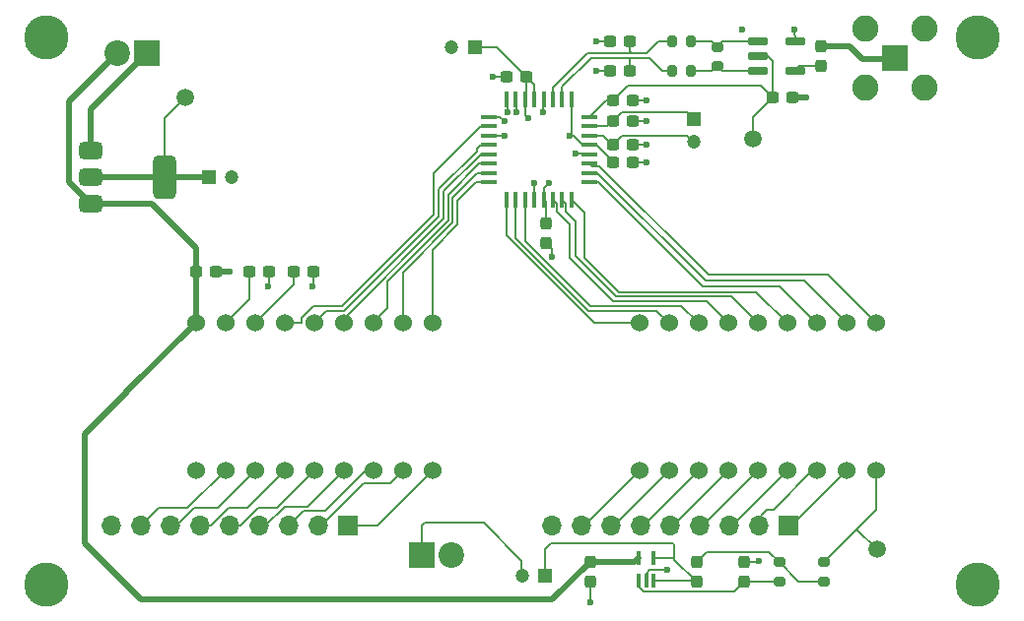
<source format=gbr>
%TF.GenerationSoftware,KiCad,Pcbnew,8.0.1*%
%TF.CreationDate,2024-04-12T19:13:52-04:00*%
%TF.ProjectId,adc_fpga,6164635f-6670-4676-912e-6b696361645f,rev?*%
%TF.SameCoordinates,Original*%
%TF.FileFunction,Copper,L1,Top*%
%TF.FilePolarity,Positive*%
%FSLAX46Y46*%
G04 Gerber Fmt 4.6, Leading zero omitted, Abs format (unit mm)*
G04 Created by KiCad (PCBNEW 8.0.1) date 2024-04-12 19:13:52*
%MOMM*%
%LPD*%
G01*
G04 APERTURE LIST*
G04 Aperture macros list*
%AMRoundRect*
0 Rectangle with rounded corners*
0 $1 Rounding radius*
0 $2 $3 $4 $5 $6 $7 $8 $9 X,Y pos of 4 corners*
0 Add a 4 corners polygon primitive as box body*
4,1,4,$2,$3,$4,$5,$6,$7,$8,$9,$2,$3,0*
0 Add four circle primitives for the rounded corners*
1,1,$1+$1,$2,$3*
1,1,$1+$1,$4,$5*
1,1,$1+$1,$6,$7*
1,1,$1+$1,$8,$9*
0 Add four rect primitives between the rounded corners*
20,1,$1+$1,$2,$3,$4,$5,0*
20,1,$1+$1,$4,$5,$6,$7,0*
20,1,$1+$1,$6,$7,$8,$9,0*
20,1,$1+$1,$8,$9,$2,$3,0*%
G04 Aperture macros list end*
%TA.AperFunction,ComponentPad*%
%ADD10C,3.800000*%
%TD*%
%TA.AperFunction,ComponentPad*%
%ADD11C,1.500000*%
%TD*%
%TA.AperFunction,ComponentPad*%
%ADD12C,1.524000*%
%TD*%
%TA.AperFunction,SMDPad,CuDef*%
%ADD13RoundRect,0.237500X-0.300000X-0.237500X0.300000X-0.237500X0.300000X0.237500X-0.300000X0.237500X0*%
%TD*%
%TA.AperFunction,SMDPad,CuDef*%
%ADD14RoundRect,0.237500X-0.237500X0.300000X-0.237500X-0.300000X0.237500X-0.300000X0.237500X0.300000X0*%
%TD*%
%TA.AperFunction,SMDPad,CuDef*%
%ADD15R,0.330200X1.473200*%
%TD*%
%TA.AperFunction,SMDPad,CuDef*%
%ADD16R,1.473200X0.330200*%
%TD*%
%TA.AperFunction,SMDPad,CuDef*%
%ADD17RoundRect,0.200000X0.275000X-0.200000X0.275000X0.200000X-0.275000X0.200000X-0.275000X-0.200000X0*%
%TD*%
%TA.AperFunction,SMDPad,CuDef*%
%ADD18RoundRect,0.200000X-0.200000X-0.275000X0.200000X-0.275000X0.200000X0.275000X-0.200000X0.275000X0*%
%TD*%
%TA.AperFunction,SMDPad,CuDef*%
%ADD19RoundRect,0.237500X0.300000X0.237500X-0.300000X0.237500X-0.300000X-0.237500X0.300000X-0.237500X0*%
%TD*%
%TA.AperFunction,ComponentPad*%
%ADD20R,1.200000X1.200000*%
%TD*%
%TA.AperFunction,ComponentPad*%
%ADD21C,1.200000*%
%TD*%
%TA.AperFunction,ComponentPad*%
%ADD22R,1.700000X1.700000*%
%TD*%
%TA.AperFunction,ComponentPad*%
%ADD23O,1.700000X1.700000*%
%TD*%
%TA.AperFunction,ComponentPad*%
%ADD24R,2.250000X2.250000*%
%TD*%
%TA.AperFunction,ComponentPad*%
%ADD25C,2.250000*%
%TD*%
%TA.AperFunction,SMDPad,CuDef*%
%ADD26RoundRect,0.190000X0.635000X0.190000X-0.635000X0.190000X-0.635000X-0.190000X0.635000X-0.190000X0*%
%TD*%
%TA.AperFunction,SMDPad,CuDef*%
%ADD27RoundRect,0.237500X0.237500X-0.300000X0.237500X0.300000X-0.237500X0.300000X-0.237500X-0.300000X0*%
%TD*%
%TA.AperFunction,SMDPad,CuDef*%
%ADD28RoundRect,0.200000X-0.275000X0.200000X-0.275000X-0.200000X0.275000X-0.200000X0.275000X0.200000X0*%
%TD*%
%TA.AperFunction,SMDPad,CuDef*%
%ADD29RoundRect,0.375000X-0.625000X-0.375000X0.625000X-0.375000X0.625000X0.375000X-0.625000X0.375000X0*%
%TD*%
%TA.AperFunction,SMDPad,CuDef*%
%ADD30RoundRect,0.500000X-0.500000X-1.400000X0.500000X-1.400000X0.500000X1.400000X-0.500000X1.400000X0*%
%TD*%
%TA.AperFunction,ComponentPad*%
%ADD31R,2.200000X2.200000*%
%TD*%
%TA.AperFunction,ComponentPad*%
%ADD32C,2.200000*%
%TD*%
%TA.AperFunction,SMDPad,CuDef*%
%ADD33RoundRect,0.040000X0.160000X-0.555000X0.160000X0.555000X-0.160000X0.555000X-0.160000X-0.555000X0*%
%TD*%
%TA.AperFunction,ViaPad*%
%ADD34C,0.600000*%
%TD*%
%TA.AperFunction,Conductor*%
%ADD35C,0.200000*%
%TD*%
%TA.AperFunction,Conductor*%
%ADD36C,0.500000*%
%TD*%
G04 APERTURE END LIST*
D10*
%TO.P,REF\u002A\u002A,1*%
%TO.N,GND*%
X77000000Y-84000000D03*
%TD*%
%TO.P,REF\u002A\u002A,1*%
%TO.N,GND*%
X157000000Y-84000000D03*
%TD*%
%TO.P,REF\u002A\u002A,1*%
%TO.N,GND*%
X77000000Y-131000000D03*
%TD*%
%TO.P,REF\u002A\u002A,1*%
%TO.N,GND*%
X157000000Y-131000000D03*
%TD*%
D11*
%TO.P,TP2,1,1*%
%TO.N,Net-(U3-VRM)*%
X137668000Y-92710000D03*
%TD*%
%TO.P,TP4,1,1*%
%TO.N,+3.3V*%
X88900000Y-89154000D03*
%TD*%
%TO.P,TP1,1,1*%
%TO.N,Net-(U2-A4)*%
X148336000Y-128016000D03*
%TD*%
D12*
%TO.P,U2,1,L1*%
%TO.N,Net-(U2-L1)*%
X148245000Y-108530000D03*
%TO.P,U2,2,M4*%
%TO.N,Net-(U2-M4)*%
X145705000Y-108530000D03*
%TO.P,U2,3,M3*%
%TO.N,Net-(U2-M3)*%
X143165000Y-108530000D03*
%TO.P,U2,4,N2*%
%TO.N,Net-(U2-N2)*%
X140625000Y-108530000D03*
%TO.P,U2,5,M2*%
%TO.N,Net-(U2-M2)*%
X138085000Y-108530000D03*
%TO.P,U2,6,P3*%
%TO.N,Net-(U2-P3)*%
X135545000Y-108530000D03*
%TO.P,U2,7,N3*%
%TO.N,Net-(U2-N3)*%
X133005000Y-108530000D03*
%TO.P,U2,8,P1*%
%TO.N,Net-(U2-P1)*%
X130465000Y-108530000D03*
%TO.P,U2,9,N1*%
%TO.N,Net-(U2-N1)*%
X127925000Y-108530000D03*
%TO.P,U2,16,P14*%
%TO.N,Net-(U2-P14)*%
X110145000Y-108530000D03*
%TO.P,U2,17,P15*%
%TO.N,Net-(U2-P15)*%
X107605000Y-108530000D03*
%TO.P,U2,18,N13*%
%TO.N,Net-(U2-N13)*%
X105065000Y-108530000D03*
%TO.P,U2,19,N15*%
%TO.N,Net-(U2-N15)*%
X102525000Y-108530000D03*
%TO.P,U2,20,N14*%
%TO.N,Net-(U2-N14)*%
X99985000Y-108530000D03*
%TO.P,U2,21,M15*%
%TO.N,Net-(U2-M15)*%
X97445000Y-108530000D03*
%TO.P,U2,22,M14*%
%TO.N,Net-(U2-M14)*%
X94905000Y-108530000D03*
%TO.P,U2,23,L15*%
%TO.N,Net-(U2-L15)*%
X92365000Y-108530000D03*
%TO.P,U2,24,VU*%
%TO.N,+5V*%
X89825000Y-108530000D03*
%TO.P,U2,25,GND*%
%TO.N,GND*%
X89825000Y-121230000D03*
%TO.P,U2,26,L14*%
%TO.N,Net-(U2-L14)*%
X92365000Y-121230000D03*
%TO.P,U2,27,K14*%
%TO.N,Net-(U2-K14)*%
X94905000Y-121230000D03*
%TO.P,U2,28,J15*%
%TO.N,Net-(U2-J15)*%
X97445000Y-121230000D03*
%TO.P,U2,29,L13*%
%TO.N,Net-(U2-L13)*%
X99985000Y-121230000D03*
%TO.P,U2,30,M13*%
%TO.N,Net-(U2-M13)*%
X102525000Y-121230000D03*
%TO.P,U2,31,J11*%
%TO.N,Net-(U2-J11)*%
X105065000Y-121230000D03*
%TO.P,U2,32,A32*%
%TO.N,Net-(U2-A32)*%
X107605000Y-121230000D03*
%TO.P,U2,33,A33*%
%TO.N,Net-(U2-A33)*%
X110145000Y-121230000D03*
%TO.P,U2,40,C5*%
%TO.N,Net-(U2-C5)*%
X127925000Y-121230000D03*
%TO.P,U2,41,A2*%
%TO.N,Net-(U2-A2)*%
X130465000Y-121230000D03*
%TO.P,U2,42,B2*%
%TO.N,Net-(U2-B2)*%
X133005000Y-121230000D03*
%TO.P,U2,43,B1*%
%TO.N,Net-(U2-B1)*%
X135545000Y-121230000D03*
%TO.P,U2,44,C1*%
%TO.N,Net-(U2-C1)*%
X138085000Y-121230000D03*
%TO.P,U2,45,B3*%
%TO.N,Net-(U2-B3)*%
X140625000Y-121230000D03*
%TO.P,U2,46,B4*%
%TO.N,Net-(U2-B4)*%
X143165000Y-121230000D03*
%TO.P,U2,47,A3*%
%TO.N,Net-(U2-A3)*%
X145705000Y-121230000D03*
%TO.P,U2,48,A4*%
%TO.N,Net-(U2-A4)*%
X148245000Y-121230000D03*
%TD*%
D13*
%TO.P,C20,1*%
%TO.N,Net-(U2-M14)*%
X98197500Y-104140000D03*
%TO.P,C20,2*%
%TO.N,GND*%
X99922500Y-104140000D03*
%TD*%
%TO.P,C14,1*%
%TO.N,Net-(U2-L15)*%
X94387500Y-104140000D03*
%TO.P,C14,2*%
%TO.N,GND*%
X96112500Y-104140000D03*
%TD*%
D14*
%TO.P,C13,1*%
%TO.N,+3.3V*%
X119888000Y-99975500D03*
%TO.P,C13,2*%
%TO.N,GND*%
X119888000Y-101700500D03*
%TD*%
D15*
%TO.P,U3,1,VREF*%
%TO.N,+3.3V*%
X122103799Y-89306400D03*
%TO.P,U3,2,VIN+*%
%TO.N,Net-(U3-VIN+)*%
X121303801Y-89306400D03*
%TO.P,U3,3,VIN-*%
%TO.N,Net-(U3-VIN-)*%
X120503800Y-89306400D03*
%TO.P,U3,4,AGND*%
%TO.N,GND*%
X119703799Y-89306400D03*
%TO.P,U3,5,VA*%
%TO.N,+3.3V*%
X118903801Y-89306400D03*
%TO.P,U3,6,VD*%
X118103800Y-89306400D03*
%TO.P,U3,7,AGND*%
%TO.N,GND*%
X117303801Y-89306400D03*
%TO.P,U3,8,PD*%
X116503801Y-89306400D03*
D16*
%TO.P,U3,9,DGND*%
X114985800Y-90824401D03*
%TO.P,U3,10,CLK*%
%TO.N,Net-(U2-M15)*%
X114985800Y-91624399D03*
%TO.P,U3,11,DF/DCS*%
%TO.N,GND*%
X114985800Y-92424400D03*
%TO.P,U3,12,(LSB)D0*%
%TO.N,Net-(U2-N14)*%
X114985800Y-93224401D03*
%TO.P,U3,13,D1*%
%TO.N,Net-(U2-N15)*%
X114985800Y-94024399D03*
%TO.P,U3,14,D2*%
%TO.N,Net-(U2-N13)*%
X114985800Y-94824400D03*
%TO.P,U3,15,D3*%
%TO.N,Net-(U2-P15)*%
X114985800Y-95624399D03*
%TO.P,U3,16,D4*%
%TO.N,Net-(U2-P14)*%
X114985800Y-96424399D03*
D15*
%TO.P,U3,17,D5*%
%TO.N,Net-(U2-N1)*%
X116503801Y-97942400D03*
%TO.P,U3,18,D6*%
%TO.N,Net-(U2-P1)*%
X117303799Y-97942400D03*
%TO.P,U3,19,D7*%
%TO.N,Net-(U2-N3)*%
X118103800Y-97942400D03*
%TO.P,U3,20,DRGND*%
%TO.N,GND*%
X118903801Y-97942400D03*
%TO.P,U3,21,VDR*%
%TO.N,+3.3V*%
X119703799Y-97942400D03*
%TO.P,U3,22,D8*%
%TO.N,Net-(U2-P3)*%
X120503800Y-97942400D03*
%TO.P,U3,23,D9*%
%TO.N,Net-(U2-M2)*%
X121303799Y-97942400D03*
%TO.P,U3,24,D10*%
%TO.N,Net-(U2-N2)*%
X122103799Y-97942400D03*
D16*
%TO.P,U3,25,D11*%
%TO.N,Net-(U2-M3)*%
X123621800Y-96424399D03*
%TO.P,U3,26,D12*%
%TO.N,Net-(U2-M4)*%
X123621800Y-95624401D03*
%TO.P,U3,27,D13(MSB)*%
%TO.N,Net-(U2-L1)*%
X123621800Y-94824400D03*
%TO.P,U3,28,AGND*%
%TO.N,GND*%
X123621800Y-94024399D03*
%TO.P,U3,29,VA*%
%TO.N,+3.3V*%
X123621800Y-93224401D03*
%TO.P,U3,30,VRN*%
%TO.N,Net-(U3-VRN)*%
X123621800Y-92424400D03*
%TO.P,U3,31,VRP*%
%TO.N,Net-(U3-VRP)*%
X123621800Y-91624401D03*
%TO.P,U3,32,VRM*%
%TO.N,Net-(U3-VRM)*%
X123621800Y-90824401D03*
%TD*%
D17*
%TO.P,R5,1*%
%TO.N,Net-(R1-Pad2)*%
X134620000Y-86423000D03*
%TO.P,R5,2*%
%TO.N,Net-(R4-Pad2)*%
X134620000Y-84773000D03*
%TD*%
D18*
%TO.P,R4,1*%
%TO.N,Net-(U3-VIN-)*%
X130747000Y-84328000D03*
%TO.P,R4,2*%
%TO.N,Net-(R4-Pad2)*%
X132397000Y-84328000D03*
%TD*%
%TO.P,R1,1*%
%TO.N,Net-(U3-VIN+)*%
X130747000Y-86868000D03*
%TO.P,R1,2*%
%TO.N,Net-(R1-Pad2)*%
X132397000Y-86868000D03*
%TD*%
D19*
%TO.P,C12,2*%
%TO.N,GND*%
X125375500Y-86868000D03*
%TO.P,C12,1*%
%TO.N,Net-(U3-VIN+)*%
X127100500Y-86868000D03*
%TD*%
D13*
%TO.P,C10,1*%
%TO.N,GND*%
X125375500Y-84328000D03*
%TO.P,C10,2*%
%TO.N,Net-(U3-VIN-)*%
X127100500Y-84328000D03*
%TD*%
%TO.P,C9,1*%
%TO.N,Net-(U3-VRM)*%
X139345500Y-89154000D03*
%TO.P,C9,2*%
%TO.N,GND*%
X141070500Y-89154000D03*
%TD*%
D20*
%TO.P,C8,1*%
%TO.N,Net-(U3-VRP)*%
X132588000Y-90975401D03*
D21*
%TO.P,C8,2*%
%TO.N,Net-(U3-VRN)*%
X132588000Y-92975401D03*
%TD*%
D19*
%TO.P,C7,2*%
%TO.N,Net-(U3-VRN)*%
X125629500Y-93218000D03*
%TO.P,C7,1*%
%TO.N,GND*%
X127354500Y-93218000D03*
%TD*%
%TO.P,C6,1*%
%TO.N,GND*%
X127354500Y-89408000D03*
%TO.P,C6,2*%
%TO.N,Net-(U3-VRM)*%
X125629500Y-89408000D03*
%TD*%
%TO.P,C5,2*%
%TO.N,Net-(U3-VRP)*%
X125629500Y-91186000D03*
%TO.P,C5,1*%
%TO.N,GND*%
X127354500Y-91186000D03*
%TD*%
D20*
%TO.P,C4,1*%
%TO.N,+3.3V*%
X113792000Y-84836000D03*
D21*
%TO.P,C4,2*%
%TO.N,GND*%
X111792000Y-84836000D03*
%TD*%
D19*
%TO.P,C3,1*%
%TO.N,GND*%
X127354500Y-94742000D03*
%TO.P,C3,2*%
%TO.N,+3.3V*%
X125629500Y-94742000D03*
%TD*%
D13*
%TO.P,C2,1*%
%TO.N,GND*%
X116485500Y-87376000D03*
%TO.P,C2,2*%
%TO.N,+3.3V*%
X118210500Y-87376000D03*
%TD*%
D22*
%TO.P,J5,1*%
%TO.N,Net-(U2-A33)*%
X102870000Y-125984000D03*
D23*
%TO.P,J5,2*%
%TO.N,Net-(U2-A32)*%
X100330000Y-125984000D03*
%TO.P,J5,3*%
%TO.N,Net-(U2-J11)*%
X97790000Y-125984000D03*
%TO.P,J5,4*%
%TO.N,Net-(U2-M13)*%
X95250000Y-125984000D03*
%TO.P,J5,5*%
%TO.N,Net-(U2-L13)*%
X92710000Y-125984000D03*
%TO.P,J5,6*%
%TO.N,Net-(U2-J15)*%
X90170000Y-125984000D03*
%TO.P,J5,7*%
%TO.N,Net-(U2-K14)*%
X87630000Y-125984000D03*
%TO.P,J5,8*%
%TO.N,Net-(U2-L14)*%
X85090000Y-125984000D03*
%TO.P,J5,9*%
%TO.N,GND*%
X82550000Y-125984000D03*
%TD*%
D22*
%TO.P,J3,1*%
%TO.N,Net-(U2-A3)*%
X140716000Y-125984000D03*
D23*
%TO.P,J3,2*%
%TO.N,Net-(U2-B4)*%
X138176000Y-125984000D03*
%TO.P,J3,3*%
%TO.N,Net-(U2-B3)*%
X135636000Y-125984000D03*
%TO.P,J3,4*%
%TO.N,Net-(U2-C1)*%
X133096000Y-125984000D03*
%TO.P,J3,5*%
%TO.N,Net-(U2-B1)*%
X130556000Y-125984000D03*
%TO.P,J3,6*%
%TO.N,Net-(U2-B2)*%
X128016000Y-125984000D03*
%TO.P,J3,7*%
%TO.N,Net-(U2-A2)*%
X125476000Y-125984000D03*
%TO.P,J3,8*%
%TO.N,Net-(U2-C5)*%
X122936000Y-125984000D03*
%TO.P,J3,9*%
%TO.N,GND*%
X120396000Y-125984000D03*
%TD*%
D24*
%TO.P,J1,1,In*%
%TO.N,Net-(J1-In)*%
X149860000Y-85705500D03*
D25*
%TO.P,J1,2,Ext*%
%TO.N,GND*%
X152400000Y-83165500D03*
X147320000Y-83165500D03*
X152400000Y-88245500D03*
X147320000Y-88245500D03*
%TD*%
D26*
%TO.P,T1,6*%
%TO.N,Net-(C11-Pad2)*%
X141290000Y-86871000D03*
%TO.P,T1,4*%
%TO.N,GND*%
X141290000Y-84331000D03*
%TO.P,T1,3*%
%TO.N,Net-(R4-Pad2)*%
X138110000Y-84331000D03*
%TO.P,T1,2*%
%TO.N,Net-(U3-VRM)*%
X138110000Y-85601000D03*
%TO.P,T1,1*%
%TO.N,Net-(R1-Pad2)*%
X138110000Y-86871000D03*
%TD*%
D14*
%TO.P,C11,2*%
%TO.N,Net-(C11-Pad2)*%
X143510000Y-86460500D03*
%TO.P,C11,1*%
%TO.N,Net-(J1-In)*%
X143510000Y-84735500D03*
%TD*%
D27*
%TO.P,C17,1*%
%TO.N,Net-(U1-+)*%
X136906000Y-130806500D03*
%TO.P,C17,2*%
%TO.N,GND*%
X136906000Y-129081500D03*
%TD*%
D20*
%TO.P,C19,1*%
%TO.N,Net-(U1--)*%
X119844600Y-130302000D03*
D21*
%TO.P,C19,2*%
%TO.N,Net-(J2-Pin_1)*%
X117844600Y-130302000D03*
%TD*%
D28*
%TO.P,R3,1*%
%TO.N,Net-(C18-Pad2)*%
X139954000Y-129119000D03*
%TO.P,R3,2*%
%TO.N,Net-(U1-+)*%
X139954000Y-130769000D03*
%TD*%
D13*
%TO.P,C1,2*%
%TO.N,GND*%
X91540500Y-104140000D03*
%TO.P,C1,1*%
%TO.N,+5V*%
X89815500Y-104140000D03*
%TD*%
D29*
%TO.P,U4,1,GND*%
%TO.N,GND*%
X80822000Y-93712000D03*
%TO.P,U4,2,VO*%
%TO.N,+3.3V*%
X80822000Y-96012000D03*
D30*
X87122000Y-96012000D03*
D29*
%TO.P,U4,3,VI*%
%TO.N,+5V*%
X80822000Y-98312000D03*
%TD*%
D31*
%TO.P,J2,1,Pin_1*%
%TO.N,Net-(J2-Pin_1)*%
X109220000Y-128524000D03*
D32*
%TO.P,J2,2,Pin_2*%
%TO.N,GND*%
X111760000Y-128524000D03*
%TD*%
D20*
%TO.P,C15,1*%
%TO.N,+3.3V*%
X90932000Y-96012000D03*
D21*
%TO.P,C15,2*%
%TO.N,GND*%
X92932000Y-96012000D03*
%TD*%
D27*
%TO.P,C18,1*%
%TO.N,Net-(U1--)*%
X132842000Y-130806500D03*
%TO.P,C18,2*%
%TO.N,Net-(C18-Pad2)*%
X132842000Y-129081500D03*
%TD*%
D33*
%TO.P,U1,1,+*%
%TO.N,Net-(U1-+)*%
X127874000Y-130698000D03*
%TO.P,U1,2,V-*%
%TO.N,GND*%
X128524000Y-130698000D03*
%TO.P,U1,3,-*%
%TO.N,Net-(U1--)*%
X129174000Y-130698000D03*
%TO.P,U1,4*%
X129174000Y-128778000D03*
%TO.P,U1,5,V+*%
%TO.N,+5V*%
X127874000Y-128778000D03*
%TD*%
D31*
%TO.P,J4,1,Pin_1*%
%TO.N,GND*%
X85598000Y-85344000D03*
D32*
%TO.P,J4,2,Pin_2*%
%TO.N,+5V*%
X83058000Y-85344000D03*
%TD*%
D14*
%TO.P,C16,1*%
%TO.N,+5V*%
X123698000Y-129081500D03*
%TO.P,C16,2*%
%TO.N,GND*%
X123698000Y-130806500D03*
%TD*%
D28*
%TO.P,R2,1*%
%TO.N,Net-(U2-A4)*%
X143764000Y-129119000D03*
%TO.P,R2,2*%
%TO.N,Net-(C18-Pad2)*%
X143764000Y-130769000D03*
%TD*%
D34*
%TO.N,GND*%
X142240000Y-89154000D03*
X99822000Y-105410000D03*
X96012000Y-105410000D03*
X141224000Y-83312000D03*
%TO.N,+3.3V*%
X120142000Y-96520000D03*
%TO.N,GND*%
X120396000Y-102870000D03*
X128524000Y-89408000D03*
X128524000Y-94742000D03*
X128524000Y-93218000D03*
%TO.N,+3.3V*%
X118364000Y-90932000D03*
X121920000Y-92456000D03*
%TO.N,GND*%
X128524000Y-91186000D03*
X124206000Y-84328000D03*
X124206000Y-86868000D03*
X116332000Y-91186000D03*
X115316000Y-87376000D03*
X122428000Y-93980000D03*
X118872000Y-96520000D03*
X116332000Y-92456000D03*
X119634000Y-90424000D03*
X117348000Y-90424000D03*
X116586000Y-90424000D03*
X136736000Y-83312000D03*
X130302000Y-129794000D03*
X123698000Y-132588000D03*
X138176000Y-129032000D03*
X92710000Y-104140000D03*
%TD*%
D35*
%TO.N,Net-(U2-A4)*%
X146601500Y-126281500D02*
X143764000Y-129119000D01*
X148336000Y-128016000D02*
X146601500Y-126281500D01*
X148245000Y-124638000D02*
X146601500Y-126281500D01*
D36*
%TO.N,GND*%
X141070500Y-89154000D02*
X142240000Y-89154000D01*
%TO.N,Net-(J1-In)*%
X147066000Y-85852000D02*
X150368000Y-85852000D01*
X143510000Y-84735500D02*
X145949500Y-84735500D01*
X145949500Y-84735500D02*
X147066000Y-85852000D01*
%TO.N,GND*%
X80822000Y-90120000D02*
X85598000Y-85344000D01*
X80822000Y-93712000D02*
X80822000Y-90120000D01*
%TO.N,+5V*%
X78910001Y-89491999D02*
X78910001Y-96400001D01*
X78910001Y-96400001D02*
X80822000Y-98312000D01*
X83058000Y-85344000D02*
X78910001Y-89491999D01*
D35*
%TO.N,Net-(C11-Pad2)*%
X141700500Y-86460500D02*
X143510000Y-86460500D01*
%TO.N,Net-(U1--)*%
X119833199Y-127998801D02*
X119833199Y-129943999D01*
X120324000Y-127508000D02*
X119833199Y-127998801D01*
X130810000Y-127508000D02*
X120324000Y-127508000D01*
X130938750Y-127636750D02*
X130810000Y-127508000D01*
X130938750Y-128903250D02*
X130938750Y-127636750D01*
%TO.N,+3.3V*%
X87122000Y-90932000D02*
X87122000Y-96012000D01*
X88900000Y-89154000D02*
X87122000Y-90932000D01*
%TO.N,Net-(U3-VRM)*%
X137668000Y-90831500D02*
X139345500Y-89154000D01*
X137668000Y-92710000D02*
X137668000Y-90831500D01*
%TO.N,Net-(U2-M3)*%
X143074000Y-108530000D02*
X143165000Y-108530000D01*
X139954000Y-105410000D02*
X143074000Y-108530000D01*
X133350000Y-105410000D02*
X139954000Y-105410000D01*
X124364399Y-96424399D02*
X133350000Y-105410000D01*
X123621800Y-96424399D02*
X124364399Y-96424399D01*
%TO.N,Net-(U2-L1)*%
X144109000Y-104394000D02*
X148245000Y-108530000D01*
X124507943Y-95053200D02*
X133848743Y-104394000D01*
X123850600Y-95053200D02*
X124507943Y-95053200D01*
X123621800Y-94824400D02*
X123850600Y-95053200D01*
X133848743Y-104394000D02*
X144109000Y-104394000D01*
%TO.N,Net-(U2-M4)*%
X142077000Y-104902000D02*
X145705000Y-108530000D01*
X133604000Y-104902000D02*
X142077000Y-104902000D01*
X124326401Y-95624401D02*
X133604000Y-104902000D01*
X123621800Y-95624401D02*
X124326401Y-95624401D01*
%TO.N,Net-(U2-N14)*%
X114985800Y-93224401D02*
X114284098Y-93224401D01*
X102590000Y-107468000D02*
X101047000Y-107468000D01*
X114284098Y-93224401D02*
X113949200Y-93559299D01*
X101047000Y-107468000D02*
X99985000Y-108530000D01*
X113949200Y-93559299D02*
X113949200Y-93793614D01*
X110699600Y-99358400D02*
X102590000Y-107468000D01*
X113949200Y-93793614D02*
X110699600Y-97043214D01*
X110699600Y-97043214D02*
X110699600Y-99358400D01*
%TO.N,GND*%
X99922500Y-105309500D02*
X99822000Y-105410000D01*
X99922500Y-104140000D02*
X99922500Y-105309500D01*
X96112500Y-105309500D02*
X96012000Y-105410000D01*
X96112500Y-104140000D02*
X96112500Y-105309500D01*
%TO.N,Net-(U2-M14)*%
X98197500Y-105237500D02*
X94905000Y-108530000D01*
X98197500Y-104140000D02*
X98197500Y-105237500D01*
%TO.N,Net-(U2-L15)*%
X94387500Y-106507500D02*
X92365000Y-108530000D01*
X94387500Y-104140000D02*
X94387500Y-106507500D01*
D36*
%TO.N,+5V*%
X89825000Y-104149500D02*
X89815500Y-104140000D01*
X89825000Y-108530000D02*
X89825000Y-104149500D01*
X89815500Y-102108000D02*
X89815500Y-104140000D01*
D35*
%TO.N,GND*%
X141224000Y-83312000D02*
X141290000Y-84331000D01*
%TO.N,+3.3V*%
X120142000Y-96520000D02*
X119703799Y-96958201D01*
X119703799Y-96958201D02*
X119703799Y-97942400D01*
%TO.N,GND*%
X120396000Y-102208500D02*
X119888000Y-101700500D01*
X120396000Y-102870000D02*
X120396000Y-102208500D01*
%TO.N,+3.3V*%
X119888000Y-98126601D02*
X119703799Y-97942400D01*
X119888000Y-99975500D02*
X119888000Y-98126601D01*
%TO.N,Net-(U2-N3)*%
X131543000Y-107068000D02*
X133005000Y-108530000D01*
X123693372Y-107068000D02*
X131543000Y-107068000D01*
X118103800Y-101478428D02*
X123693372Y-107068000D01*
X118103800Y-97942400D02*
X118103800Y-101478428D01*
%TO.N,Net-(U2-P1)*%
X129403000Y-107468000D02*
X130465000Y-108530000D01*
X117303799Y-101244113D02*
X123527686Y-107468000D01*
X123527686Y-107468000D02*
X129403000Y-107468000D01*
X117303799Y-97942400D02*
X117303799Y-101244113D01*
%TO.N,Net-(U2-N1)*%
X124024000Y-108530000D02*
X127925000Y-108530000D01*
X116503801Y-101009801D02*
X124024000Y-108530000D01*
X116503801Y-97942400D02*
X116503801Y-101009801D01*
%TO.N,Net-(U2-N2)*%
X137963000Y-105868000D02*
X140625000Y-108530000D01*
X126143000Y-105868000D02*
X137963000Y-105868000D01*
X123190000Y-102915000D02*
X126143000Y-105868000D01*
X123190000Y-99028601D02*
X123190000Y-102915000D01*
X122103799Y-97942400D02*
X123190000Y-99028601D01*
%TO.N,Net-(U2-P3)*%
X125643000Y-106668000D02*
X133683000Y-106668000D01*
X133683000Y-106668000D02*
X135545000Y-108530000D01*
X121920000Y-102945000D02*
X125643000Y-106668000D01*
X120838699Y-98979000D02*
X121920000Y-100060301D01*
X121920000Y-100060301D02*
X121920000Y-102945000D01*
X120838699Y-98277299D02*
X120838699Y-98979000D01*
X120503800Y-97942400D02*
X120838699Y-98277299D01*
%TO.N,Net-(U2-M2)*%
X125950107Y-106268000D02*
X135823000Y-106268000D01*
X122428000Y-102745893D02*
X125950107Y-106268000D01*
X121638699Y-98277300D02*
X121638699Y-98979000D01*
X121303799Y-97942400D02*
X121638699Y-98277300D01*
X121638699Y-98979000D02*
X122428000Y-99768301D01*
X122428000Y-99768301D02*
X122428000Y-102745893D01*
X135823000Y-106268000D02*
X138085000Y-108530000D01*
D36*
%TO.N,GND*%
X92710000Y-104140000D02*
X91540500Y-104140000D01*
%TO.N,+5V*%
X86019500Y-98312000D02*
X89815500Y-102108000D01*
D35*
%TO.N,GND*%
X128524000Y-89408000D02*
X127354500Y-89408000D01*
%TO.N,Net-(U3-VRM)*%
X138329500Y-88138000D02*
X139345500Y-89154000D01*
X125038201Y-89408000D02*
X125629500Y-89408000D01*
X125629500Y-89408000D02*
X126899500Y-88138000D01*
X123621800Y-90824401D02*
X125038201Y-89408000D01*
X126899500Y-88138000D02*
X138329500Y-88138000D01*
%TO.N,Net-(U3-VRP)*%
X132023599Y-90411000D02*
X132588000Y-90975401D01*
X126404500Y-90411000D02*
X132023599Y-90411000D01*
X125629500Y-91186000D02*
X126404500Y-90411000D01*
%TO.N,Net-(U3-VRN)*%
X132055599Y-92443000D02*
X132588000Y-92975401D01*
X126404500Y-92443000D02*
X132055599Y-92443000D01*
X125629500Y-93218000D02*
X126404500Y-92443000D01*
%TO.N,GND*%
X127354500Y-94742000D02*
X128524000Y-94742000D01*
X127354500Y-93218000D02*
X128524000Y-93218000D01*
X127354500Y-91186000D02*
X128524000Y-91186000D01*
%TO.N,+3.3V*%
X118103800Y-90671800D02*
X118364000Y-90932000D01*
X118103800Y-89306400D02*
X118103800Y-90671800D01*
X122103799Y-92272201D02*
X122103799Y-89306400D01*
X121920000Y-92456000D02*
X122103799Y-92272201D01*
X123050300Y-93224401D02*
X123621800Y-93224401D01*
X122281899Y-92456000D02*
X123050300Y-93224401D01*
X121920000Y-92456000D02*
X122281899Y-92456000D01*
X125629500Y-94660601D02*
X125629500Y-94742000D01*
X124193300Y-93224401D02*
X125629500Y-94660601D01*
X123621800Y-93224401D02*
X124193300Y-93224401D01*
%TO.N,Net-(U3-VIN+)*%
X121303801Y-88236549D02*
X121303801Y-89306400D01*
X123810550Y-85729800D02*
X121303801Y-88236549D01*
X124591800Y-85729800D02*
X123810550Y-85729800D01*
X127000000Y-85744000D02*
X124606000Y-85744000D01*
X124606000Y-85744000D02*
X124591800Y-85729800D01*
%TO.N,Net-(U3-VIN-)*%
X120503800Y-88284200D02*
X120503800Y-89306400D01*
X123458200Y-85329800D02*
X120503800Y-88284200D01*
X124953800Y-85329800D02*
X123458200Y-85329800D01*
%TO.N,Net-(R4-Pad2)*%
X135062000Y-84331000D02*
X134620000Y-84773000D01*
X138110000Y-84331000D02*
X135062000Y-84331000D01*
%TO.N,Net-(R1-Pad2)*%
X135068000Y-86871000D02*
X134620000Y-86423000D01*
X138110000Y-86871000D02*
X135068000Y-86871000D01*
%TO.N,Net-(U3-VRM)*%
X138935000Y-85601000D02*
X138110000Y-85601000D01*
X139345500Y-86011500D02*
X138935000Y-85601000D01*
X139345500Y-89154000D02*
X139345500Y-86011500D01*
%TO.N,GND*%
X127254000Y-93117500D02*
X127354500Y-93218000D01*
X127354500Y-91186000D02*
X127254000Y-91286500D01*
%TO.N,Net-(U3-VRN)*%
X125629500Y-93218000D02*
X124835900Y-92424400D01*
X124835900Y-92424400D02*
X123621800Y-92424400D01*
%TO.N,Net-(U3-VRP)*%
X125629500Y-91186000D02*
X125191099Y-91624401D01*
X125191099Y-91624401D02*
X123621800Y-91624401D01*
%TO.N,GND*%
X124206000Y-86868000D02*
X125375500Y-86868000D01*
X124206000Y-84328000D02*
X125375500Y-84328000D01*
%TO.N,Net-(U3-VIN+)*%
X127100500Y-85844500D02*
X127000000Y-85744000D01*
X128770500Y-85744000D02*
X127000000Y-85744000D01*
X127100500Y-86868000D02*
X127100500Y-85844500D01*
%TO.N,Net-(U3-VIN-)*%
X127100500Y-85190500D02*
X127254000Y-85344000D01*
X124968000Y-85344000D02*
X127254000Y-85344000D01*
X127254000Y-85344000D02*
X128524000Y-85344000D01*
X127100500Y-84328000D02*
X127100500Y-85190500D01*
%TO.N,+3.3V*%
X115670500Y-84836000D02*
X118210500Y-87376000D01*
X113792000Y-84836000D02*
X115670500Y-84836000D01*
%TO.N,GND*%
X115970401Y-90824401D02*
X116332000Y-91186000D01*
X114985800Y-90824401D02*
X115970401Y-90824401D01*
X116485500Y-87376000D02*
X115316000Y-87376000D01*
X119634000Y-89376199D02*
X119703799Y-89306400D01*
X119634000Y-90424000D02*
X119634000Y-89376199D01*
X117348000Y-90424000D02*
X117348000Y-89350599D01*
X117348000Y-89350599D02*
X117303801Y-89306400D01*
X116586000Y-89388599D02*
X116503801Y-89306400D01*
X116586000Y-90424000D02*
X116586000Y-89388599D01*
X115017400Y-92456000D02*
X114985800Y-92424400D01*
X116332000Y-92456000D02*
X115017400Y-92456000D01*
X123577401Y-93980000D02*
X123621800Y-94024399D01*
X122428000Y-93980000D02*
X123577401Y-93980000D01*
X118872000Y-97910599D02*
X118903801Y-97942400D01*
X118872000Y-96520000D02*
X118872000Y-97910599D01*
%TO.N,+3.3V*%
X118903801Y-88169801D02*
X118903801Y-89306400D01*
X118872000Y-88138000D02*
X118903801Y-88169801D01*
X118872000Y-88037500D02*
X118872000Y-88138000D01*
X118210500Y-87376000D02*
X118872000Y-88037500D01*
X118210500Y-89199700D02*
X118103800Y-89306400D01*
X118210500Y-87376000D02*
X118210500Y-89199700D01*
%TO.N,Net-(U3-VIN-)*%
X124968000Y-85344000D02*
X124953800Y-85329800D01*
%TO.N,Net-(U3-VIN+)*%
X129894500Y-86868000D02*
X128770500Y-85744000D01*
%TO.N,Net-(U3-VIN-)*%
X128524000Y-85344000D02*
X129590250Y-84277750D01*
X129640500Y-84328000D02*
X129590250Y-84277750D01*
%TO.N,Net-(U3-VIN+)*%
X130747000Y-86868000D02*
X129894500Y-86868000D01*
%TO.N,Net-(U3-VIN-)*%
X130747000Y-84328000D02*
X129640500Y-84328000D01*
%TO.N,Net-(R1-Pad2)*%
X134175000Y-86868000D02*
X134620000Y-86423000D01*
X132397000Y-86868000D02*
X134175000Y-86868000D01*
%TO.N,Net-(R4-Pad2)*%
X132397000Y-84328000D02*
X134175000Y-84328000D01*
X134175000Y-84328000D02*
X134620000Y-84773000D01*
%TO.N,Net-(U2-M15)*%
X110299600Y-99192714D02*
X110299600Y-95608900D01*
X102424314Y-107068000D02*
X110299600Y-99192714D01*
X99945105Y-107068000D02*
X102424314Y-107068000D01*
X110299600Y-95608900D02*
X114284101Y-91624399D01*
X114284101Y-91624399D02*
X114985800Y-91624399D01*
X98923000Y-108530000D02*
X98923000Y-108090105D01*
X98923000Y-108090105D02*
X99945105Y-107068000D01*
X97445000Y-108530000D02*
X98923000Y-108530000D01*
%TO.N,Net-(U2-P14)*%
X110145000Y-102227058D02*
X110145000Y-108530000D01*
X112299600Y-100072458D02*
X110145000Y-102227058D01*
X112299600Y-98012400D02*
X112299600Y-100072458D01*
X113887601Y-96424399D02*
X112299600Y-98012400D01*
X114985800Y-96424399D02*
X113887601Y-96424399D01*
%TO.N,Net-(U2-P15)*%
X107605000Y-104201372D02*
X107605000Y-108530000D01*
X111899600Y-99906772D02*
X107605000Y-104201372D01*
X111899600Y-97726600D02*
X111899600Y-99906772D01*
X114001801Y-95624399D02*
X111899600Y-97726600D01*
X114985800Y-95624399D02*
X114001801Y-95624399D01*
%TO.N,Net-(U2-N13)*%
X105065000Y-108460000D02*
X105065000Y-108530000D01*
X106300000Y-107225000D02*
X105065000Y-108460000D01*
X111499600Y-99741086D02*
X106300000Y-104940686D01*
X114166800Y-94824400D02*
X111499600Y-97491600D01*
X106300000Y-104940686D02*
X106300000Y-107225000D01*
X114985800Y-94824400D02*
X114166800Y-94824400D01*
X111499600Y-97491600D02*
X111499600Y-99741086D01*
%TO.N,Net-(U2-N15)*%
X111099600Y-97208900D02*
X111099600Y-99575400D01*
X111099600Y-99575400D02*
X102525000Y-108150000D01*
X114284101Y-94024399D02*
X111099600Y-97208900D01*
X102525000Y-108150000D02*
X102525000Y-108530000D01*
X114985800Y-94024399D02*
X114284101Y-94024399D01*
D36*
%TO.N,+5V*%
X120445500Y-132334000D02*
X123698000Y-129081500D01*
X85090000Y-132334000D02*
X120445500Y-132334000D01*
X80264000Y-118091000D02*
X80264000Y-127508000D01*
X80264000Y-127508000D02*
X85090000Y-132334000D01*
X83937500Y-114417500D02*
X80264000Y-118091000D01*
D35*
%TO.N,GND*%
X141290000Y-83312000D02*
X141224000Y-83312000D01*
D36*
%TO.N,+5V*%
X89825000Y-108530000D02*
X83790000Y-114565000D01*
X80822000Y-98312000D02*
X86019500Y-98312000D01*
D35*
%TO.N,Net-(U2-A32)*%
X104276000Y-122292000D02*
X106543000Y-122292000D01*
X100584000Y-125984000D02*
X104276000Y-122292000D01*
X106543000Y-122292000D02*
X107605000Y-121230000D01*
X100330000Y-125984000D02*
X100584000Y-125984000D01*
%TO.N,Net-(U2-M13)*%
X99441000Y-124314000D02*
X102525000Y-121230000D01*
X97485685Y-124314000D02*
X99441000Y-124314000D01*
X95250000Y-125984000D02*
X95815685Y-125984000D01*
X95815685Y-125984000D02*
X97485685Y-124314000D01*
%TO.N,Net-(U2-J11)*%
X100955500Y-124714000D02*
X104439500Y-121230000D01*
X104439500Y-121230000D02*
X105065000Y-121230000D01*
X99060000Y-124714000D02*
X100955500Y-124714000D01*
X97790000Y-125984000D02*
X99060000Y-124714000D01*
%TO.N,Net-(U2-L13)*%
X96774000Y-124460000D02*
X97282000Y-123952000D01*
X97282000Y-123952000D02*
X97282000Y-123933000D01*
X95147654Y-124460000D02*
X96774000Y-124460000D01*
X93623654Y-125984000D02*
X95147654Y-124460000D01*
X97282000Y-123933000D02*
X99985000Y-121230000D01*
X92710000Y-125984000D02*
X93623654Y-125984000D01*
%TO.N,Net-(U2-A33)*%
X102870000Y-125984000D02*
X105391000Y-125984000D01*
X105391000Y-125984000D02*
X110145000Y-121230000D01*
%TO.N,Net-(U2-J15)*%
X94215000Y-124460000D02*
X97445000Y-121230000D01*
X92607654Y-124460000D02*
X94215000Y-124460000D01*
X91083654Y-125984000D02*
X92607654Y-124460000D01*
X90170000Y-125984000D02*
X91083654Y-125984000D01*
%TO.N,Net-(U2-K14)*%
X91675000Y-124460000D02*
X94905000Y-121230000D01*
X89700686Y-124460000D02*
X91675000Y-124460000D01*
X88176686Y-125984000D02*
X89700686Y-124460000D01*
X87630000Y-125984000D02*
X88176686Y-125984000D01*
%TO.N,Net-(U2-L14)*%
X89131895Y-124463105D02*
X92365000Y-121230000D01*
X86610895Y-124463105D02*
X89131895Y-124463105D01*
X85090000Y-125984000D02*
X86610895Y-124463105D01*
%TO.N,GND*%
X138126500Y-129081500D02*
X138176000Y-129032000D01*
X128833000Y-129794000D02*
X130302000Y-129794000D01*
X128524000Y-130698000D02*
X128524000Y-130103000D01*
X136906000Y-129081500D02*
X138126500Y-129081500D01*
X128524000Y-130103000D02*
X128833000Y-129794000D01*
X123698000Y-130806500D02*
X123698000Y-132588000D01*
D36*
%TO.N,+5V*%
X127570500Y-129081500D02*
X127874000Y-128778000D01*
X123698000Y-129081500D02*
X127570500Y-129081500D01*
%TO.N,+3.3V*%
X80822000Y-96012000D02*
X87122000Y-96012000D01*
X87122000Y-96012000D02*
X90932000Y-96012000D01*
D35*
%TO.N,Net-(U2-A4)*%
X148245000Y-121230000D02*
X148245000Y-124638000D01*
%TO.N,Net-(C11-Pad2)*%
X141700500Y-86460500D02*
X141290000Y-86871000D01*
%TO.N,Net-(U2-B2)*%
X133005000Y-121230000D02*
X128485000Y-125750000D01*
X128485000Y-125750000D02*
X127670000Y-125750000D01*
%TO.N,Net-(U2-C5)*%
X123405000Y-125750000D02*
X122590000Y-125750000D01*
X127925000Y-121230000D02*
X123405000Y-125750000D01*
%TO.N,Net-(U2-B4)*%
X139440000Y-124600000D02*
X138900000Y-124600000D01*
X143165000Y-121230000D02*
X142810000Y-121230000D01*
X142810000Y-121230000D02*
X139440000Y-124600000D01*
X137830000Y-125670000D02*
X137830000Y-125750000D01*
X138900000Y-124600000D02*
X137830000Y-125670000D01*
%TO.N,Net-(U2-C1)*%
X138085000Y-121230000D02*
X133565000Y-125750000D01*
X133565000Y-125750000D02*
X132750000Y-125750000D01*
%TO.N,Net-(U2-A3)*%
X141185000Y-125750000D02*
X140370000Y-125750000D01*
X145705000Y-121230000D02*
X141185000Y-125750000D01*
%TO.N,Net-(U2-B1)*%
X131025000Y-125750000D02*
X130210000Y-125750000D01*
X135545000Y-121230000D02*
X131025000Y-125750000D01*
%TO.N,Net-(U2-A2)*%
X125945000Y-125750000D02*
X125130000Y-125750000D01*
X130465000Y-121230000D02*
X125945000Y-125750000D01*
%TO.N,Net-(U2-B3)*%
X140625000Y-121230000D02*
X136105000Y-125750000D01*
X136105000Y-125750000D02*
X135290000Y-125750000D01*
%TO.N,Net-(U2-M14)*%
X94905000Y-108495000D02*
X94905000Y-108530000D01*
%TO.N,Net-(U2-L15)*%
X92365000Y-108530000D02*
X92365000Y-108185000D01*
%TO.N,Net-(U1-+)*%
X127874000Y-131244942D02*
X127874000Y-130698000D01*
X139954000Y-130769000D02*
X136943500Y-130769000D01*
X136906000Y-130806500D02*
X136068500Y-131644000D01*
X136943500Y-130769000D02*
X136906000Y-130806500D01*
X136068500Y-131644000D02*
X128273058Y-131644000D01*
X128273058Y-131644000D02*
X127874000Y-131244942D01*
%TO.N,Net-(C18-Pad2)*%
X141604000Y-130769000D02*
X139954000Y-129119000D01*
X143764000Y-130769000D02*
X141604000Y-130769000D01*
X139954000Y-129119000D02*
X139079000Y-128244000D01*
X133679500Y-128244000D02*
X132842000Y-129081500D01*
X139079000Y-128244000D02*
X133679500Y-128244000D01*
%TO.N,Net-(J2-Pin_1)*%
X117833199Y-129943999D02*
X117833199Y-129009199D01*
X117833199Y-129009199D02*
X114554000Y-125730000D01*
X109220000Y-125984000D02*
X109220000Y-128524000D01*
X109474000Y-125730000D02*
X109220000Y-125984000D01*
X114554000Y-125730000D02*
X109474000Y-125730000D01*
%TO.N,Net-(U1--)*%
X132842000Y-130806500D02*
X130938750Y-128903250D01*
X132733500Y-130698000D02*
X132842000Y-130806500D01*
X129174000Y-128778000D02*
X130813500Y-128778000D01*
X130813500Y-128778000D02*
X130938750Y-128903250D01*
X129174000Y-130698000D02*
X132733500Y-130698000D01*
%TD*%
M02*

</source>
